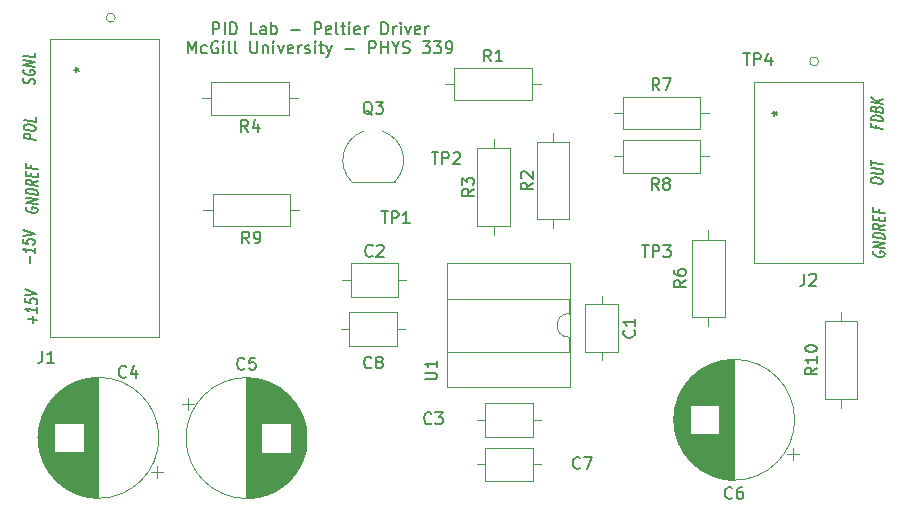
<source format=gbr>
%TF.GenerationSoftware,KiCad,Pcbnew,(6.0.0)*%
%TF.CreationDate,2022-02-02T10:45:07-05:00*%
%TF.ProjectId,PID_electronics,5049445f-656c-4656-9374-726f6e696373,rev?*%
%TF.SameCoordinates,Original*%
%TF.FileFunction,Legend,Top*%
%TF.FilePolarity,Positive*%
%FSLAX46Y46*%
G04 Gerber Fmt 4.6, Leading zero omitted, Abs format (unit mm)*
G04 Created by KiCad (PCBNEW (6.0.0)) date 2022-02-02 10:45:07*
%MOMM*%
%LPD*%
G01*
G04 APERTURE LIST*
%ADD10C,0.187500*%
%ADD11C,0.150000*%
%ADD12C,0.120000*%
G04 APERTURE END LIST*
D10*
X157919800Y-91498767D02*
X157872180Y-91564244D01*
X157872180Y-91671386D01*
X157919800Y-91784482D01*
X158015038Y-91867815D01*
X158110276Y-91915434D01*
X158300752Y-91974958D01*
X158443609Y-91992815D01*
X158634085Y-91980910D01*
X158729323Y-91957101D01*
X158824561Y-91897577D01*
X158872180Y-91796386D01*
X158872180Y-91724958D01*
X158824561Y-91611863D01*
X158776942Y-91570196D01*
X158443609Y-91528529D01*
X158443609Y-91671386D01*
X158872180Y-91260672D02*
X157872180Y-91135672D01*
X158872180Y-90832101D01*
X157872180Y-90707101D01*
X158872180Y-90474958D02*
X157872180Y-90349958D01*
X157872180Y-90171386D01*
X157919800Y-90070196D01*
X158015038Y-90010672D01*
X158110276Y-89986863D01*
X158300752Y-89974958D01*
X158443609Y-89992815D01*
X158634085Y-90052339D01*
X158729323Y-90099958D01*
X158824561Y-90183291D01*
X158872180Y-90296386D01*
X158872180Y-90474958D01*
X158872180Y-89296386D02*
X158395990Y-89486863D01*
X158872180Y-89724958D02*
X157872180Y-89599958D01*
X157872180Y-89314244D01*
X157919800Y-89248767D01*
X157967419Y-89219005D01*
X158062657Y-89195196D01*
X158205514Y-89213053D01*
X158300752Y-89260672D01*
X158348371Y-89302339D01*
X158395990Y-89379720D01*
X158395990Y-89665434D01*
X158348371Y-88909482D02*
X158348371Y-88659482D01*
X158872180Y-88617815D02*
X158872180Y-88974958D01*
X157872180Y-88849958D01*
X157872180Y-88492815D01*
X158348371Y-87980910D02*
X158348371Y-88230910D01*
X158872180Y-88296386D02*
X157872180Y-88171386D01*
X157872180Y-87814244D01*
X86990180Y-82089729D02*
X85990180Y-81964729D01*
X85990180Y-81679015D01*
X86037800Y-81613539D01*
X86085419Y-81583777D01*
X86180657Y-81559967D01*
X86323514Y-81577825D01*
X86418752Y-81625444D01*
X86466371Y-81667110D01*
X86513990Y-81744491D01*
X86513990Y-82030205D01*
X85990180Y-81071872D02*
X85990180Y-80929015D01*
X86037800Y-80863539D01*
X86133038Y-80804015D01*
X86323514Y-80792110D01*
X86656847Y-80833777D01*
X86847323Y-80893301D01*
X86942561Y-80976634D01*
X86990180Y-81054015D01*
X86990180Y-81196872D01*
X86942561Y-81262348D01*
X86847323Y-81321872D01*
X86656847Y-81333777D01*
X86323514Y-81292110D01*
X86133038Y-81232586D01*
X86037800Y-81149253D01*
X85990180Y-81071872D01*
X86990180Y-80196872D02*
X86990180Y-80554015D01*
X85990180Y-80429015D01*
X86736228Y-97558282D02*
X86736228Y-96986853D01*
X87117180Y-97320186D02*
X86355276Y-97224948D01*
X87117180Y-96284472D02*
X87117180Y-96713044D01*
X87117180Y-96498758D02*
X86117180Y-96373758D01*
X86260038Y-96463044D01*
X86355276Y-96546377D01*
X86402895Y-96623758D01*
X86117180Y-95480901D02*
X86117180Y-95838044D01*
X86593371Y-95933282D01*
X86545752Y-95891615D01*
X86498133Y-95814234D01*
X86498133Y-95635663D01*
X86545752Y-95570186D01*
X86593371Y-95540425D01*
X86688609Y-95516615D01*
X86926704Y-95546377D01*
X87021942Y-95593996D01*
X87069561Y-95635663D01*
X87117180Y-95713044D01*
X87117180Y-95891615D01*
X87069561Y-95957091D01*
X87021942Y-95986853D01*
X86117180Y-95230901D02*
X87117180Y-95105901D01*
X86117180Y-94730901D01*
X86190200Y-87764967D02*
X86142580Y-87830444D01*
X86142580Y-87937586D01*
X86190200Y-88050682D01*
X86285438Y-88134015D01*
X86380676Y-88181634D01*
X86571152Y-88241158D01*
X86714009Y-88259015D01*
X86904485Y-88247110D01*
X86999723Y-88223301D01*
X87094961Y-88163777D01*
X87142580Y-88062586D01*
X87142580Y-87991158D01*
X87094961Y-87878063D01*
X87047342Y-87836396D01*
X86714009Y-87794729D01*
X86714009Y-87937586D01*
X87142580Y-87526872D02*
X86142580Y-87401872D01*
X87142580Y-87098301D01*
X86142580Y-86973301D01*
X87142580Y-86741158D02*
X86142580Y-86616158D01*
X86142580Y-86437586D01*
X86190200Y-86336396D01*
X86285438Y-86276872D01*
X86380676Y-86253063D01*
X86571152Y-86241158D01*
X86714009Y-86259015D01*
X86904485Y-86318539D01*
X86999723Y-86366158D01*
X87094961Y-86449491D01*
X87142580Y-86562586D01*
X87142580Y-86741158D01*
X87142580Y-85562586D02*
X86666390Y-85753063D01*
X87142580Y-85991158D02*
X86142580Y-85866158D01*
X86142580Y-85580444D01*
X86190200Y-85514967D01*
X86237819Y-85485205D01*
X86333057Y-85461396D01*
X86475914Y-85479253D01*
X86571152Y-85526872D01*
X86618771Y-85568539D01*
X86666390Y-85645920D01*
X86666390Y-85931634D01*
X86618771Y-85175682D02*
X86618771Y-84925682D01*
X87142580Y-84884015D02*
X87142580Y-85241158D01*
X86142580Y-85116158D01*
X86142580Y-84759015D01*
X86618771Y-84247110D02*
X86618771Y-84497110D01*
X87142580Y-84562586D02*
X86142580Y-84437586D01*
X86142580Y-84080444D01*
X157694380Y-85555672D02*
X157694380Y-85412815D01*
X157742000Y-85347339D01*
X157837238Y-85287815D01*
X158027714Y-85275910D01*
X158361047Y-85317577D01*
X158551523Y-85377101D01*
X158646761Y-85460434D01*
X158694380Y-85537815D01*
X158694380Y-85680672D01*
X158646761Y-85746148D01*
X158551523Y-85805672D01*
X158361047Y-85817577D01*
X158027714Y-85775910D01*
X157837238Y-85716386D01*
X157742000Y-85633053D01*
X157694380Y-85555672D01*
X157694380Y-84912815D02*
X158503904Y-85014005D01*
X158599142Y-84990196D01*
X158646761Y-84960434D01*
X158694380Y-84894958D01*
X158694380Y-84752101D01*
X158646761Y-84674720D01*
X158599142Y-84633053D01*
X158503904Y-84585434D01*
X157694380Y-84484244D01*
X157694380Y-84234244D02*
X157694380Y-83805672D01*
X158694380Y-84144958D02*
X157694380Y-84019958D01*
X86507628Y-92529082D02*
X86507628Y-91957653D01*
X86888580Y-91255272D02*
X86888580Y-91683844D01*
X86888580Y-91469558D02*
X85888580Y-91344558D01*
X86031438Y-91433844D01*
X86126676Y-91517177D01*
X86174295Y-91594558D01*
X85888580Y-90451701D02*
X85888580Y-90808844D01*
X86364771Y-90904082D01*
X86317152Y-90862415D01*
X86269533Y-90785034D01*
X86269533Y-90606463D01*
X86317152Y-90540986D01*
X86364771Y-90511225D01*
X86460009Y-90487415D01*
X86698104Y-90517177D01*
X86793342Y-90564796D01*
X86840961Y-90606463D01*
X86888580Y-90683844D01*
X86888580Y-90862415D01*
X86840961Y-90927891D01*
X86793342Y-90957653D01*
X85888580Y-90201701D02*
X86888580Y-90076701D01*
X85888580Y-89701701D01*
X158170571Y-80853853D02*
X158170571Y-81103853D01*
X158694380Y-81169329D02*
X157694380Y-81044329D01*
X157694380Y-80687186D01*
X158694380Y-80526472D02*
X157694380Y-80401472D01*
X157694380Y-80222901D01*
X157742000Y-80121710D01*
X157837238Y-80062186D01*
X157932476Y-80038377D01*
X158122952Y-80026472D01*
X158265809Y-80044329D01*
X158456285Y-80103853D01*
X158551523Y-80151472D01*
X158646761Y-80234805D01*
X158694380Y-80347901D01*
X158694380Y-80526472D01*
X158170571Y-79460996D02*
X158218190Y-79359805D01*
X158265809Y-79330044D01*
X158361047Y-79306234D01*
X158503904Y-79324091D01*
X158599142Y-79371710D01*
X158646761Y-79413377D01*
X158694380Y-79490758D01*
X158694380Y-79776472D01*
X157694380Y-79651472D01*
X157694380Y-79401472D01*
X157742000Y-79335996D01*
X157789619Y-79306234D01*
X157884857Y-79282425D01*
X157980095Y-79294329D01*
X158075333Y-79341948D01*
X158122952Y-79383615D01*
X158170571Y-79460996D01*
X158170571Y-79710996D01*
X158694380Y-79026472D02*
X157694380Y-78901472D01*
X158694380Y-78597901D02*
X158122952Y-78847901D01*
X157694380Y-78472901D02*
X158265809Y-78972901D01*
X86866361Y-77396634D02*
X86913980Y-77295444D01*
X86913980Y-77116872D01*
X86866361Y-77039491D01*
X86818742Y-76997825D01*
X86723504Y-76950205D01*
X86628266Y-76938301D01*
X86533028Y-76962110D01*
X86485409Y-76991872D01*
X86437790Y-77057348D01*
X86390171Y-77194253D01*
X86342552Y-77259729D01*
X86294933Y-77289491D01*
X86199695Y-77313301D01*
X86104457Y-77301396D01*
X86009219Y-77253777D01*
X85961600Y-77212110D01*
X85913980Y-77134729D01*
X85913980Y-76956158D01*
X85961600Y-76854967D01*
X85961600Y-76140682D02*
X85913980Y-76206158D01*
X85913980Y-76313301D01*
X85961600Y-76426396D01*
X86056838Y-76509729D01*
X86152076Y-76557348D01*
X86342552Y-76616872D01*
X86485409Y-76634729D01*
X86675885Y-76622825D01*
X86771123Y-76599015D01*
X86866361Y-76539491D01*
X86913980Y-76438301D01*
X86913980Y-76366872D01*
X86866361Y-76253777D01*
X86818742Y-76212110D01*
X86485409Y-76170444D01*
X86485409Y-76313301D01*
X86913980Y-75902586D02*
X85913980Y-75777586D01*
X86913980Y-75474015D01*
X85913980Y-75349015D01*
X86913980Y-74759729D02*
X86913980Y-75116872D01*
X85913980Y-74991872D01*
D11*
X101977371Y-73154980D02*
X101977371Y-72154980D01*
X102358323Y-72154980D01*
X102453561Y-72202600D01*
X102501180Y-72250219D01*
X102548800Y-72345457D01*
X102548800Y-72488314D01*
X102501180Y-72583552D01*
X102453561Y-72631171D01*
X102358323Y-72678790D01*
X101977371Y-72678790D01*
X102977371Y-73154980D02*
X102977371Y-72154980D01*
X103453561Y-73154980D02*
X103453561Y-72154980D01*
X103691657Y-72154980D01*
X103834514Y-72202600D01*
X103929752Y-72297838D01*
X103977371Y-72393076D01*
X104024990Y-72583552D01*
X104024990Y-72726409D01*
X103977371Y-72916885D01*
X103929752Y-73012123D01*
X103834514Y-73107361D01*
X103691657Y-73154980D01*
X103453561Y-73154980D01*
X105691657Y-73154980D02*
X105215466Y-73154980D01*
X105215466Y-72154980D01*
X106453561Y-73154980D02*
X106453561Y-72631171D01*
X106405942Y-72535933D01*
X106310704Y-72488314D01*
X106120228Y-72488314D01*
X106024990Y-72535933D01*
X106453561Y-73107361D02*
X106358323Y-73154980D01*
X106120228Y-73154980D01*
X106024990Y-73107361D01*
X105977371Y-73012123D01*
X105977371Y-72916885D01*
X106024990Y-72821647D01*
X106120228Y-72774028D01*
X106358323Y-72774028D01*
X106453561Y-72726409D01*
X106929752Y-73154980D02*
X106929752Y-72154980D01*
X106929752Y-72535933D02*
X107024990Y-72488314D01*
X107215466Y-72488314D01*
X107310704Y-72535933D01*
X107358323Y-72583552D01*
X107405942Y-72678790D01*
X107405942Y-72964504D01*
X107358323Y-73059742D01*
X107310704Y-73107361D01*
X107215466Y-73154980D01*
X107024990Y-73154980D01*
X106929752Y-73107361D01*
X108596419Y-72774028D02*
X109358323Y-72774028D01*
X110596419Y-73154980D02*
X110596419Y-72154980D01*
X110977371Y-72154980D01*
X111072609Y-72202600D01*
X111120228Y-72250219D01*
X111167847Y-72345457D01*
X111167847Y-72488314D01*
X111120228Y-72583552D01*
X111072609Y-72631171D01*
X110977371Y-72678790D01*
X110596419Y-72678790D01*
X111977371Y-73107361D02*
X111882133Y-73154980D01*
X111691657Y-73154980D01*
X111596419Y-73107361D01*
X111548800Y-73012123D01*
X111548800Y-72631171D01*
X111596419Y-72535933D01*
X111691657Y-72488314D01*
X111882133Y-72488314D01*
X111977371Y-72535933D01*
X112024990Y-72631171D01*
X112024990Y-72726409D01*
X111548800Y-72821647D01*
X112596419Y-73154980D02*
X112501180Y-73107361D01*
X112453561Y-73012123D01*
X112453561Y-72154980D01*
X112834514Y-72488314D02*
X113215466Y-72488314D01*
X112977371Y-72154980D02*
X112977371Y-73012123D01*
X113024990Y-73107361D01*
X113120228Y-73154980D01*
X113215466Y-73154980D01*
X113548800Y-73154980D02*
X113548800Y-72488314D01*
X113548800Y-72154980D02*
X113501180Y-72202600D01*
X113548800Y-72250219D01*
X113596419Y-72202600D01*
X113548800Y-72154980D01*
X113548800Y-72250219D01*
X114405942Y-73107361D02*
X114310704Y-73154980D01*
X114120228Y-73154980D01*
X114024990Y-73107361D01*
X113977371Y-73012123D01*
X113977371Y-72631171D01*
X114024990Y-72535933D01*
X114120228Y-72488314D01*
X114310704Y-72488314D01*
X114405942Y-72535933D01*
X114453561Y-72631171D01*
X114453561Y-72726409D01*
X113977371Y-72821647D01*
X114882133Y-73154980D02*
X114882133Y-72488314D01*
X114882133Y-72678790D02*
X114929752Y-72583552D01*
X114977371Y-72535933D01*
X115072609Y-72488314D01*
X115167847Y-72488314D01*
X116263085Y-73154980D02*
X116263085Y-72154980D01*
X116501180Y-72154980D01*
X116644038Y-72202600D01*
X116739276Y-72297838D01*
X116786895Y-72393076D01*
X116834514Y-72583552D01*
X116834514Y-72726409D01*
X116786895Y-72916885D01*
X116739276Y-73012123D01*
X116644038Y-73107361D01*
X116501180Y-73154980D01*
X116263085Y-73154980D01*
X117263085Y-73154980D02*
X117263085Y-72488314D01*
X117263085Y-72678790D02*
X117310704Y-72583552D01*
X117358323Y-72535933D01*
X117453561Y-72488314D01*
X117548800Y-72488314D01*
X117882133Y-73154980D02*
X117882133Y-72488314D01*
X117882133Y-72154980D02*
X117834514Y-72202600D01*
X117882133Y-72250219D01*
X117929752Y-72202600D01*
X117882133Y-72154980D01*
X117882133Y-72250219D01*
X118263085Y-72488314D02*
X118501180Y-73154980D01*
X118739276Y-72488314D01*
X119501180Y-73107361D02*
X119405942Y-73154980D01*
X119215466Y-73154980D01*
X119120228Y-73107361D01*
X119072609Y-73012123D01*
X119072609Y-72631171D01*
X119120228Y-72535933D01*
X119215466Y-72488314D01*
X119405942Y-72488314D01*
X119501180Y-72535933D01*
X119548800Y-72631171D01*
X119548800Y-72726409D01*
X119072609Y-72821647D01*
X119977371Y-73154980D02*
X119977371Y-72488314D01*
X119977371Y-72678790D02*
X120024990Y-72583552D01*
X120072609Y-72535933D01*
X120167847Y-72488314D01*
X120263085Y-72488314D01*
X99882133Y-74764980D02*
X99882133Y-73764980D01*
X100215466Y-74479266D01*
X100548800Y-73764980D01*
X100548800Y-74764980D01*
X101453561Y-74717361D02*
X101358323Y-74764980D01*
X101167847Y-74764980D01*
X101072609Y-74717361D01*
X101024990Y-74669742D01*
X100977371Y-74574504D01*
X100977371Y-74288790D01*
X101024990Y-74193552D01*
X101072609Y-74145933D01*
X101167847Y-74098314D01*
X101358323Y-74098314D01*
X101453561Y-74145933D01*
X102405942Y-73812600D02*
X102310704Y-73764980D01*
X102167847Y-73764980D01*
X102024990Y-73812600D01*
X101929752Y-73907838D01*
X101882133Y-74003076D01*
X101834514Y-74193552D01*
X101834514Y-74336409D01*
X101882133Y-74526885D01*
X101929752Y-74622123D01*
X102024990Y-74717361D01*
X102167847Y-74764980D01*
X102263085Y-74764980D01*
X102405942Y-74717361D01*
X102453561Y-74669742D01*
X102453561Y-74336409D01*
X102263085Y-74336409D01*
X102882133Y-74764980D02*
X102882133Y-74098314D01*
X102882133Y-73764980D02*
X102834514Y-73812600D01*
X102882133Y-73860219D01*
X102929752Y-73812600D01*
X102882133Y-73764980D01*
X102882133Y-73860219D01*
X103501180Y-74764980D02*
X103405942Y-74717361D01*
X103358323Y-74622123D01*
X103358323Y-73764980D01*
X104024990Y-74764980D02*
X103929752Y-74717361D01*
X103882133Y-74622123D01*
X103882133Y-73764980D01*
X105167847Y-73764980D02*
X105167847Y-74574504D01*
X105215466Y-74669742D01*
X105263085Y-74717361D01*
X105358323Y-74764980D01*
X105548800Y-74764980D01*
X105644038Y-74717361D01*
X105691657Y-74669742D01*
X105739276Y-74574504D01*
X105739276Y-73764980D01*
X106215466Y-74098314D02*
X106215466Y-74764980D01*
X106215466Y-74193552D02*
X106263085Y-74145933D01*
X106358323Y-74098314D01*
X106501180Y-74098314D01*
X106596419Y-74145933D01*
X106644038Y-74241171D01*
X106644038Y-74764980D01*
X107120228Y-74764980D02*
X107120228Y-74098314D01*
X107120228Y-73764980D02*
X107072609Y-73812600D01*
X107120228Y-73860219D01*
X107167847Y-73812600D01*
X107120228Y-73764980D01*
X107120228Y-73860219D01*
X107501180Y-74098314D02*
X107739276Y-74764980D01*
X107977371Y-74098314D01*
X108739276Y-74717361D02*
X108644038Y-74764980D01*
X108453561Y-74764980D01*
X108358323Y-74717361D01*
X108310704Y-74622123D01*
X108310704Y-74241171D01*
X108358323Y-74145933D01*
X108453561Y-74098314D01*
X108644038Y-74098314D01*
X108739276Y-74145933D01*
X108786895Y-74241171D01*
X108786895Y-74336409D01*
X108310704Y-74431647D01*
X109215466Y-74764980D02*
X109215466Y-74098314D01*
X109215466Y-74288790D02*
X109263085Y-74193552D01*
X109310704Y-74145933D01*
X109405942Y-74098314D01*
X109501180Y-74098314D01*
X109786895Y-74717361D02*
X109882133Y-74764980D01*
X110072609Y-74764980D01*
X110167847Y-74717361D01*
X110215466Y-74622123D01*
X110215466Y-74574504D01*
X110167847Y-74479266D01*
X110072609Y-74431647D01*
X109929752Y-74431647D01*
X109834514Y-74384028D01*
X109786895Y-74288790D01*
X109786895Y-74241171D01*
X109834514Y-74145933D01*
X109929752Y-74098314D01*
X110072609Y-74098314D01*
X110167847Y-74145933D01*
X110644038Y-74764980D02*
X110644038Y-74098314D01*
X110644038Y-73764980D02*
X110596419Y-73812600D01*
X110644038Y-73860219D01*
X110691657Y-73812600D01*
X110644038Y-73764980D01*
X110644038Y-73860219D01*
X110977371Y-74098314D02*
X111358323Y-74098314D01*
X111120228Y-73764980D02*
X111120228Y-74622123D01*
X111167847Y-74717361D01*
X111263085Y-74764980D01*
X111358323Y-74764980D01*
X111596419Y-74098314D02*
X111834514Y-74764980D01*
X112072609Y-74098314D02*
X111834514Y-74764980D01*
X111739276Y-75003076D01*
X111691657Y-75050695D01*
X111596419Y-75098314D01*
X113215466Y-74384028D02*
X113977371Y-74384028D01*
X115215466Y-74764980D02*
X115215466Y-73764980D01*
X115596419Y-73764980D01*
X115691657Y-73812600D01*
X115739276Y-73860219D01*
X115786895Y-73955457D01*
X115786895Y-74098314D01*
X115739276Y-74193552D01*
X115691657Y-74241171D01*
X115596419Y-74288790D01*
X115215466Y-74288790D01*
X116215466Y-74764980D02*
X116215466Y-73764980D01*
X116215466Y-74241171D02*
X116786895Y-74241171D01*
X116786895Y-74764980D02*
X116786895Y-73764980D01*
X117453561Y-74288790D02*
X117453561Y-74764980D01*
X117120228Y-73764980D02*
X117453561Y-74288790D01*
X117786895Y-73764980D01*
X118072609Y-74717361D02*
X118215466Y-74764980D01*
X118453561Y-74764980D01*
X118548800Y-74717361D01*
X118596419Y-74669742D01*
X118644038Y-74574504D01*
X118644038Y-74479266D01*
X118596419Y-74384028D01*
X118548800Y-74336409D01*
X118453561Y-74288790D01*
X118263085Y-74241171D01*
X118167847Y-74193552D01*
X118120228Y-74145933D01*
X118072609Y-74050695D01*
X118072609Y-73955457D01*
X118120228Y-73860219D01*
X118167847Y-73812600D01*
X118263085Y-73764980D01*
X118501180Y-73764980D01*
X118644038Y-73812600D01*
X119739276Y-73764980D02*
X120358323Y-73764980D01*
X120024990Y-74145933D01*
X120167847Y-74145933D01*
X120263085Y-74193552D01*
X120310704Y-74241171D01*
X120358323Y-74336409D01*
X120358323Y-74574504D01*
X120310704Y-74669742D01*
X120263085Y-74717361D01*
X120167847Y-74764980D01*
X119882133Y-74764980D01*
X119786895Y-74717361D01*
X119739276Y-74669742D01*
X120691657Y-73764980D02*
X121310704Y-73764980D01*
X120977371Y-74145933D01*
X121120228Y-74145933D01*
X121215466Y-74193552D01*
X121263085Y-74241171D01*
X121310704Y-74336409D01*
X121310704Y-74574504D01*
X121263085Y-74669742D01*
X121215466Y-74717361D01*
X121120228Y-74764980D01*
X120834514Y-74764980D01*
X120739276Y-74717361D01*
X120691657Y-74669742D01*
X121786895Y-74764980D02*
X121977371Y-74764980D01*
X122072609Y-74717361D01*
X122120228Y-74669742D01*
X122215466Y-74526885D01*
X122263085Y-74336409D01*
X122263085Y-73955457D01*
X122215466Y-73860219D01*
X122167847Y-73812600D01*
X122072609Y-73764980D01*
X121882133Y-73764980D01*
X121786895Y-73812600D01*
X121739276Y-73860219D01*
X121691657Y-73955457D01*
X121691657Y-74193552D01*
X121739276Y-74288790D01*
X121786895Y-74336409D01*
X121882133Y-74384028D01*
X122072609Y-74384028D01*
X122167847Y-74336409D01*
X122215466Y-74288790D01*
X122263085Y-74193552D01*
%TO.C,REF\u002A\u002A*%
X120505695Y-83145380D02*
X121077123Y-83145380D01*
X120791409Y-84145380D02*
X120791409Y-83145380D01*
X121410457Y-84145380D02*
X121410457Y-83145380D01*
X121791409Y-83145380D01*
X121886647Y-83193000D01*
X121934266Y-83240619D01*
X121981885Y-83335857D01*
X121981885Y-83478714D01*
X121934266Y-83573952D01*
X121886647Y-83621571D01*
X121791409Y-83669190D01*
X121410457Y-83669190D01*
X122362838Y-83240619D02*
X122410457Y-83193000D01*
X122505695Y-83145380D01*
X122743790Y-83145380D01*
X122839028Y-83193000D01*
X122886647Y-83240619D01*
X122934266Y-83335857D01*
X122934266Y-83431095D01*
X122886647Y-83573952D01*
X122315219Y-84145380D01*
X122934266Y-84145380D01*
X146896295Y-74763380D02*
X147467723Y-74763380D01*
X147182009Y-75763380D02*
X147182009Y-74763380D01*
X147801057Y-75763380D02*
X147801057Y-74763380D01*
X148182009Y-74763380D01*
X148277247Y-74811000D01*
X148324866Y-74858619D01*
X148372485Y-74953857D01*
X148372485Y-75096714D01*
X148324866Y-75191952D01*
X148277247Y-75239571D01*
X148182009Y-75287190D01*
X147801057Y-75287190D01*
X149229628Y-75096714D02*
X149229628Y-75763380D01*
X148991533Y-74715761D02*
X148753438Y-75430047D01*
X149372485Y-75430047D01*
X138311095Y-91019380D02*
X138882523Y-91019380D01*
X138596809Y-92019380D02*
X138596809Y-91019380D01*
X139215857Y-92019380D02*
X139215857Y-91019380D01*
X139596809Y-91019380D01*
X139692047Y-91067000D01*
X139739666Y-91114619D01*
X139787285Y-91209857D01*
X139787285Y-91352714D01*
X139739666Y-91447952D01*
X139692047Y-91495571D01*
X139596809Y-91543190D01*
X139215857Y-91543190D01*
X140120619Y-91019380D02*
X140739666Y-91019380D01*
X140406333Y-91400333D01*
X140549190Y-91400333D01*
X140644428Y-91447952D01*
X140692047Y-91495571D01*
X140739666Y-91590809D01*
X140739666Y-91828904D01*
X140692047Y-91924142D01*
X140644428Y-91971761D01*
X140549190Y-92019380D01*
X140263476Y-92019380D01*
X140168238Y-91971761D01*
X140120619Y-91924142D01*
X116238495Y-88149180D02*
X116809923Y-88149180D01*
X116524209Y-89149180D02*
X116524209Y-88149180D01*
X117143257Y-89149180D02*
X117143257Y-88149180D01*
X117524209Y-88149180D01*
X117619447Y-88196800D01*
X117667066Y-88244419D01*
X117714685Y-88339657D01*
X117714685Y-88482514D01*
X117667066Y-88577752D01*
X117619447Y-88625371D01*
X117524209Y-88672990D01*
X117143257Y-88672990D01*
X118667066Y-89149180D02*
X118095638Y-89149180D01*
X118381352Y-89149180D02*
X118381352Y-88149180D01*
X118286114Y-88292038D01*
X118190876Y-88387276D01*
X118095638Y-88434895D01*
%TO.C,Q3*%
X115474761Y-79967619D02*
X115379523Y-79920000D01*
X115284285Y-79824761D01*
X115141428Y-79681904D01*
X115046190Y-79634285D01*
X114950952Y-79634285D01*
X114998571Y-79872380D02*
X114903333Y-79824761D01*
X114808095Y-79729523D01*
X114760476Y-79539047D01*
X114760476Y-79205714D01*
X114808095Y-79015238D01*
X114903333Y-78920000D01*
X114998571Y-78872380D01*
X115189047Y-78872380D01*
X115284285Y-78920000D01*
X115379523Y-79015238D01*
X115427142Y-79205714D01*
X115427142Y-79539047D01*
X115379523Y-79729523D01*
X115284285Y-79824761D01*
X115189047Y-79872380D01*
X114998571Y-79872380D01*
X115760476Y-78872380D02*
X116379523Y-78872380D01*
X116046190Y-79253333D01*
X116189047Y-79253333D01*
X116284285Y-79300952D01*
X116331904Y-79348571D01*
X116379523Y-79443809D01*
X116379523Y-79681904D01*
X116331904Y-79777142D01*
X116284285Y-79824761D01*
X116189047Y-79872380D01*
X115903333Y-79872380D01*
X115808095Y-79824761D01*
X115760476Y-79777142D01*
%TO.C,R10*%
X153131780Y-101379257D02*
X152655590Y-101712590D01*
X153131780Y-101950685D02*
X152131780Y-101950685D01*
X152131780Y-101569733D01*
X152179400Y-101474495D01*
X152227019Y-101426876D01*
X152322257Y-101379257D01*
X152465114Y-101379257D01*
X152560352Y-101426876D01*
X152607971Y-101474495D01*
X152655590Y-101569733D01*
X152655590Y-101950685D01*
X153131780Y-100426876D02*
X153131780Y-100998304D01*
X153131780Y-100712590D02*
X152131780Y-100712590D01*
X152274638Y-100807828D01*
X152369876Y-100903066D01*
X152417495Y-100998304D01*
X152131780Y-99807828D02*
X152131780Y-99712590D01*
X152179400Y-99617352D01*
X152227019Y-99569733D01*
X152322257Y-99522114D01*
X152512733Y-99474495D01*
X152750828Y-99474495D01*
X152941304Y-99522114D01*
X153036542Y-99569733D01*
X153084161Y-99617352D01*
X153131780Y-99712590D01*
X153131780Y-99807828D01*
X153084161Y-99903066D01*
X153036542Y-99950685D01*
X152941304Y-99998304D01*
X152750828Y-100045923D01*
X152512733Y-100045923D01*
X152322257Y-99998304D01*
X152227019Y-99950685D01*
X152179400Y-99903066D01*
X152131780Y-99807828D01*
%TO.C,C1*%
X137644142Y-98210666D02*
X137691761Y-98258285D01*
X137739380Y-98401142D01*
X137739380Y-98496380D01*
X137691761Y-98639238D01*
X137596523Y-98734476D01*
X137501285Y-98782095D01*
X137310809Y-98829714D01*
X137167952Y-98829714D01*
X136977476Y-98782095D01*
X136882238Y-98734476D01*
X136787000Y-98639238D01*
X136739380Y-98496380D01*
X136739380Y-98401142D01*
X136787000Y-98258285D01*
X136834619Y-98210666D01*
X137739380Y-97258285D02*
X137739380Y-97829714D01*
X137739380Y-97544000D02*
X136739380Y-97544000D01*
X136882238Y-97639238D01*
X136977476Y-97734476D01*
X137025095Y-97829714D01*
%TO.C,C5*%
X104664456Y-101447542D02*
X104616837Y-101495161D01*
X104473980Y-101542780D01*
X104378742Y-101542780D01*
X104235884Y-101495161D01*
X104140646Y-101399923D01*
X104093027Y-101304685D01*
X104045408Y-101114209D01*
X104045408Y-100971352D01*
X104093027Y-100780876D01*
X104140646Y-100685638D01*
X104235884Y-100590400D01*
X104378742Y-100542780D01*
X104473980Y-100542780D01*
X104616837Y-100590400D01*
X104664456Y-100638019D01*
X105569218Y-100542780D02*
X105093027Y-100542780D01*
X105045408Y-101018971D01*
X105093027Y-100971352D01*
X105188265Y-100923733D01*
X105426361Y-100923733D01*
X105521599Y-100971352D01*
X105569218Y-101018971D01*
X105616837Y-101114209D01*
X105616837Y-101352304D01*
X105569218Y-101447542D01*
X105521599Y-101495161D01*
X105426361Y-101542780D01*
X105188265Y-101542780D01*
X105093027Y-101495161D01*
X105045408Y-101447542D01*
%TO.C,J2*%
X152066666Y-93432380D02*
X152066666Y-94146666D01*
X152019047Y-94289523D01*
X151923809Y-94384761D01*
X151780952Y-94432380D01*
X151685714Y-94432380D01*
X152495238Y-93527619D02*
X152542857Y-93480000D01*
X152638095Y-93432380D01*
X152876190Y-93432380D01*
X152971428Y-93480000D01*
X153019047Y-93527619D01*
X153066666Y-93622857D01*
X153066666Y-93718095D01*
X153019047Y-93860952D01*
X152447619Y-94432380D01*
X153066666Y-94432380D01*
X149312380Y-79853500D02*
X149550476Y-79853500D01*
X149455238Y-80091595D02*
X149550476Y-79853500D01*
X149455238Y-79615404D01*
X149740952Y-79996357D02*
X149550476Y-79853500D01*
X149740952Y-79710642D01*
%TO.C,C4*%
X94651533Y-102134942D02*
X94603914Y-102182561D01*
X94461057Y-102230180D01*
X94365819Y-102230180D01*
X94222961Y-102182561D01*
X94127723Y-102087323D01*
X94080104Y-101992085D01*
X94032485Y-101801609D01*
X94032485Y-101658752D01*
X94080104Y-101468276D01*
X94127723Y-101373038D01*
X94222961Y-101277800D01*
X94365819Y-101230180D01*
X94461057Y-101230180D01*
X94603914Y-101277800D01*
X94651533Y-101325419D01*
X95508676Y-101563514D02*
X95508676Y-102230180D01*
X95270580Y-101182561D02*
X95032485Y-101896847D01*
X95651533Y-101896847D01*
%TO.C,C7*%
X133081733Y-109856542D02*
X133034114Y-109904161D01*
X132891257Y-109951780D01*
X132796019Y-109951780D01*
X132653161Y-109904161D01*
X132557923Y-109808923D01*
X132510304Y-109713685D01*
X132462685Y-109523209D01*
X132462685Y-109380352D01*
X132510304Y-109189876D01*
X132557923Y-109094638D01*
X132653161Y-108999400D01*
X132796019Y-108951780D01*
X132891257Y-108951780D01*
X133034114Y-108999400D01*
X133081733Y-109047019D01*
X133415066Y-108951780D02*
X134081733Y-108951780D01*
X133653161Y-109951780D01*
%TO.C,J1*%
X87550666Y-99960180D02*
X87550666Y-100674466D01*
X87503047Y-100817323D01*
X87407809Y-100912561D01*
X87264952Y-100960180D01*
X87169714Y-100960180D01*
X88550666Y-100960180D02*
X87979238Y-100960180D01*
X88264952Y-100960180D02*
X88264952Y-99960180D01*
X88169714Y-100103038D01*
X88074476Y-100198276D01*
X87979238Y-100245895D01*
X90249380Y-76148899D02*
X90487476Y-76148899D01*
X90392238Y-76386994D02*
X90487476Y-76148899D01*
X90392238Y-75910803D01*
X90677952Y-76291756D02*
X90487476Y-76148899D01*
X90677952Y-76006041D01*
%TO.C,R7*%
X139787333Y-77889180D02*
X139454000Y-77412990D01*
X139215904Y-77889180D02*
X139215904Y-76889180D01*
X139596857Y-76889180D01*
X139692095Y-76936800D01*
X139739714Y-76984419D01*
X139787333Y-77079657D01*
X139787333Y-77222514D01*
X139739714Y-77317752D01*
X139692095Y-77365371D01*
X139596857Y-77412990D01*
X139215904Y-77412990D01*
X140120666Y-76889180D02*
X140787333Y-76889180D01*
X140358761Y-77889180D01*
%TO.C,C3*%
X120483333Y-106071942D02*
X120435714Y-106119561D01*
X120292857Y-106167180D01*
X120197619Y-106167180D01*
X120054761Y-106119561D01*
X119959523Y-106024323D01*
X119911904Y-105929085D01*
X119864285Y-105738609D01*
X119864285Y-105595752D01*
X119911904Y-105405276D01*
X119959523Y-105310038D01*
X120054761Y-105214800D01*
X120197619Y-105167180D01*
X120292857Y-105167180D01*
X120435714Y-105214800D01*
X120483333Y-105262419D01*
X120816666Y-105167180D02*
X121435714Y-105167180D01*
X121102380Y-105548133D01*
X121245238Y-105548133D01*
X121340476Y-105595752D01*
X121388095Y-105643371D01*
X121435714Y-105738609D01*
X121435714Y-105976704D01*
X121388095Y-106071942D01*
X121340476Y-106119561D01*
X121245238Y-106167180D01*
X120959523Y-106167180D01*
X120864285Y-106119561D01*
X120816666Y-106071942D01*
%TO.C,R4*%
X104963933Y-81409980D02*
X104630600Y-80933790D01*
X104392504Y-81409980D02*
X104392504Y-80409980D01*
X104773457Y-80409980D01*
X104868695Y-80457600D01*
X104916314Y-80505219D01*
X104963933Y-80600457D01*
X104963933Y-80743314D01*
X104916314Y-80838552D01*
X104868695Y-80886171D01*
X104773457Y-80933790D01*
X104392504Y-80933790D01*
X105821076Y-80743314D02*
X105821076Y-81409980D01*
X105582980Y-80362361D02*
X105344885Y-81076647D01*
X105963933Y-81076647D01*
%TO.C,R8*%
X139736533Y-86329780D02*
X139403200Y-85853590D01*
X139165104Y-86329780D02*
X139165104Y-85329780D01*
X139546057Y-85329780D01*
X139641295Y-85377400D01*
X139688914Y-85425019D01*
X139736533Y-85520257D01*
X139736533Y-85663114D01*
X139688914Y-85758352D01*
X139641295Y-85805971D01*
X139546057Y-85853590D01*
X139165104Y-85853590D01*
X140307961Y-85758352D02*
X140212723Y-85710733D01*
X140165104Y-85663114D01*
X140117485Y-85567876D01*
X140117485Y-85520257D01*
X140165104Y-85425019D01*
X140212723Y-85377400D01*
X140307961Y-85329780D01*
X140498438Y-85329780D01*
X140593676Y-85377400D01*
X140641295Y-85425019D01*
X140688914Y-85520257D01*
X140688914Y-85567876D01*
X140641295Y-85663114D01*
X140593676Y-85710733D01*
X140498438Y-85758352D01*
X140307961Y-85758352D01*
X140212723Y-85805971D01*
X140165104Y-85853590D01*
X140117485Y-85948828D01*
X140117485Y-86139304D01*
X140165104Y-86234542D01*
X140212723Y-86282161D01*
X140307961Y-86329780D01*
X140498438Y-86329780D01*
X140593676Y-86282161D01*
X140641295Y-86234542D01*
X140688914Y-86139304D01*
X140688914Y-85948828D01*
X140641295Y-85853590D01*
X140593676Y-85805971D01*
X140498438Y-85758352D01*
%TO.C,U1*%
X119949980Y-102361904D02*
X120759504Y-102361904D01*
X120854742Y-102314285D01*
X120902361Y-102266666D01*
X120949980Y-102171428D01*
X120949980Y-101980952D01*
X120902361Y-101885714D01*
X120854742Y-101838095D01*
X120759504Y-101790476D01*
X119949980Y-101790476D01*
X120949980Y-100790476D02*
X120949980Y-101361904D01*
X120949980Y-101076190D02*
X119949980Y-101076190D01*
X120092838Y-101171428D01*
X120188076Y-101266666D01*
X120235695Y-101361904D01*
%TO.C,C8*%
X115403333Y-101347542D02*
X115355714Y-101395161D01*
X115212857Y-101442780D01*
X115117619Y-101442780D01*
X114974761Y-101395161D01*
X114879523Y-101299923D01*
X114831904Y-101204685D01*
X114784285Y-101014209D01*
X114784285Y-100871352D01*
X114831904Y-100680876D01*
X114879523Y-100585638D01*
X114974761Y-100490400D01*
X115117619Y-100442780D01*
X115212857Y-100442780D01*
X115355714Y-100490400D01*
X115403333Y-100538019D01*
X115974761Y-100871352D02*
X115879523Y-100823733D01*
X115831904Y-100776114D01*
X115784285Y-100680876D01*
X115784285Y-100633257D01*
X115831904Y-100538019D01*
X115879523Y-100490400D01*
X115974761Y-100442780D01*
X116165238Y-100442780D01*
X116260476Y-100490400D01*
X116308095Y-100538019D01*
X116355714Y-100633257D01*
X116355714Y-100680876D01*
X116308095Y-100776114D01*
X116260476Y-100823733D01*
X116165238Y-100871352D01*
X115974761Y-100871352D01*
X115879523Y-100918971D01*
X115831904Y-100966590D01*
X115784285Y-101061828D01*
X115784285Y-101252304D01*
X115831904Y-101347542D01*
X115879523Y-101395161D01*
X115974761Y-101442780D01*
X116165238Y-101442780D01*
X116260476Y-101395161D01*
X116308095Y-101347542D01*
X116355714Y-101252304D01*
X116355714Y-101061828D01*
X116308095Y-100966590D01*
X116260476Y-100918971D01*
X116165238Y-100871352D01*
%TO.C,C2*%
X115504933Y-91891742D02*
X115457314Y-91939361D01*
X115314457Y-91986980D01*
X115219219Y-91986980D01*
X115076361Y-91939361D01*
X114981123Y-91844123D01*
X114933504Y-91748885D01*
X114885885Y-91558409D01*
X114885885Y-91415552D01*
X114933504Y-91225076D01*
X114981123Y-91129838D01*
X115076361Y-91034600D01*
X115219219Y-90986980D01*
X115314457Y-90986980D01*
X115457314Y-91034600D01*
X115504933Y-91082219D01*
X115885885Y-91082219D02*
X115933504Y-91034600D01*
X116028742Y-90986980D01*
X116266838Y-90986980D01*
X116362076Y-91034600D01*
X116409695Y-91082219D01*
X116457314Y-91177457D01*
X116457314Y-91272695D01*
X116409695Y-91415552D01*
X115838266Y-91986980D01*
X116457314Y-91986980D01*
%TO.C,R9*%
X105065533Y-90858780D02*
X104732200Y-90382590D01*
X104494104Y-90858780D02*
X104494104Y-89858780D01*
X104875057Y-89858780D01*
X104970295Y-89906400D01*
X105017914Y-89954019D01*
X105065533Y-90049257D01*
X105065533Y-90192114D01*
X105017914Y-90287352D01*
X104970295Y-90334971D01*
X104875057Y-90382590D01*
X104494104Y-90382590D01*
X105541723Y-90858780D02*
X105732200Y-90858780D01*
X105827438Y-90811161D01*
X105875057Y-90763542D01*
X105970295Y-90620685D01*
X106017914Y-90430209D01*
X106017914Y-90049257D01*
X105970295Y-89954019D01*
X105922676Y-89906400D01*
X105827438Y-89858780D01*
X105636961Y-89858780D01*
X105541723Y-89906400D01*
X105494104Y-89954019D01*
X105446485Y-90049257D01*
X105446485Y-90287352D01*
X105494104Y-90382590D01*
X105541723Y-90430209D01*
X105636961Y-90477828D01*
X105827438Y-90477828D01*
X105922676Y-90430209D01*
X105970295Y-90382590D01*
X106017914Y-90287352D01*
%TO.C,R3*%
X124099580Y-86247266D02*
X123623390Y-86580600D01*
X124099580Y-86818695D02*
X123099580Y-86818695D01*
X123099580Y-86437742D01*
X123147200Y-86342504D01*
X123194819Y-86294885D01*
X123290057Y-86247266D01*
X123432914Y-86247266D01*
X123528152Y-86294885D01*
X123575771Y-86342504D01*
X123623390Y-86437742D01*
X123623390Y-86818695D01*
X123099580Y-85913933D02*
X123099580Y-85294885D01*
X123480533Y-85628219D01*
X123480533Y-85485361D01*
X123528152Y-85390123D01*
X123575771Y-85342504D01*
X123671009Y-85294885D01*
X123909104Y-85294885D01*
X124004342Y-85342504D01*
X124051961Y-85390123D01*
X124099580Y-85485361D01*
X124099580Y-85771076D01*
X124051961Y-85866314D01*
X124004342Y-85913933D01*
%TO.C,R2*%
X129052580Y-85713866D02*
X128576390Y-86047200D01*
X129052580Y-86285295D02*
X128052580Y-86285295D01*
X128052580Y-85904342D01*
X128100200Y-85809104D01*
X128147819Y-85761485D01*
X128243057Y-85713866D01*
X128385914Y-85713866D01*
X128481152Y-85761485D01*
X128528771Y-85809104D01*
X128576390Y-85904342D01*
X128576390Y-86285295D01*
X128147819Y-85332914D02*
X128100200Y-85285295D01*
X128052580Y-85190057D01*
X128052580Y-84951961D01*
X128100200Y-84856723D01*
X128147819Y-84809104D01*
X128243057Y-84761485D01*
X128338295Y-84761485D01*
X128481152Y-84809104D01*
X129052580Y-85380533D01*
X129052580Y-84761485D01*
%TO.C,R6*%
X142024180Y-93968866D02*
X141547990Y-94302200D01*
X142024180Y-94540295D02*
X141024180Y-94540295D01*
X141024180Y-94159342D01*
X141071800Y-94064104D01*
X141119419Y-94016485D01*
X141214657Y-93968866D01*
X141357514Y-93968866D01*
X141452752Y-94016485D01*
X141500371Y-94064104D01*
X141547990Y-94159342D01*
X141547990Y-94540295D01*
X141024180Y-93111723D02*
X141024180Y-93302200D01*
X141071800Y-93397438D01*
X141119419Y-93445057D01*
X141262276Y-93540295D01*
X141452752Y-93587914D01*
X141833704Y-93587914D01*
X141928942Y-93540295D01*
X141976561Y-93492676D01*
X142024180Y-93397438D01*
X142024180Y-93206961D01*
X141976561Y-93111723D01*
X141928942Y-93064104D01*
X141833704Y-93016485D01*
X141595609Y-93016485D01*
X141500371Y-93064104D01*
X141452752Y-93111723D01*
X141405133Y-93206961D01*
X141405133Y-93397438D01*
X141452752Y-93492676D01*
X141500371Y-93540295D01*
X141595609Y-93587914D01*
%TO.C,R1*%
X125537933Y-75450780D02*
X125204600Y-74974590D01*
X124966504Y-75450780D02*
X124966504Y-74450780D01*
X125347457Y-74450780D01*
X125442695Y-74498400D01*
X125490314Y-74546019D01*
X125537933Y-74641257D01*
X125537933Y-74784114D01*
X125490314Y-74879352D01*
X125442695Y-74926971D01*
X125347457Y-74974590D01*
X124966504Y-74974590D01*
X126490314Y-75450780D02*
X125918885Y-75450780D01*
X126204600Y-75450780D02*
X126204600Y-74450780D01*
X126109361Y-74593638D01*
X126014123Y-74688876D01*
X125918885Y-74736495D01*
%TO.C,C6*%
X145954210Y-112398142D02*
X145906591Y-112445761D01*
X145763734Y-112493380D01*
X145668496Y-112493380D01*
X145525638Y-112445761D01*
X145430400Y-112350523D01*
X145382781Y-112255285D01*
X145335162Y-112064809D01*
X145335162Y-111921952D01*
X145382781Y-111731476D01*
X145430400Y-111636238D01*
X145525638Y-111541000D01*
X145668496Y-111493380D01*
X145763734Y-111493380D01*
X145906591Y-111541000D01*
X145954210Y-111588619D01*
X146811353Y-111493380D02*
X146620877Y-111493380D01*
X146525638Y-111541000D01*
X146478019Y-111588619D01*
X146382781Y-111731476D01*
X146335162Y-111921952D01*
X146335162Y-112302904D01*
X146382781Y-112398142D01*
X146430400Y-112445761D01*
X146525638Y-112493380D01*
X146716115Y-112493380D01*
X146811353Y-112445761D01*
X146858972Y-112398142D01*
X146906591Y-112302904D01*
X146906591Y-112064809D01*
X146858972Y-111969571D01*
X146811353Y-111921952D01*
X146716115Y-111874333D01*
X146525638Y-111874333D01*
X146430400Y-111921952D01*
X146382781Y-111969571D01*
X146335162Y-112064809D01*
D12*
%TO.C,Q3*%
X113770000Y-85670000D02*
X117370000Y-85670000D01*
X114750000Y-81370000D02*
G75*
G03*
X113758125Y-85661741I820000J-2450000D01*
G01*
X117378445Y-85647684D02*
G75*
G03*
X116350000Y-81370000I-1808445J1827684D01*
G01*
%TO.C,R10*%
X155143200Y-104776400D02*
X155143200Y-104006400D01*
X155143200Y-96696400D02*
X155143200Y-97466400D01*
X153773200Y-104006400D02*
X156513200Y-104006400D01*
X156513200Y-104006400D02*
X156513200Y-97466400D01*
X156513200Y-97466400D02*
X153773200Y-97466400D01*
X153773200Y-97466400D02*
X153773200Y-104006400D01*
%TO.C,C1*%
X134899400Y-95334000D02*
X134899400Y-96024000D01*
X133479400Y-96024000D02*
X133479400Y-100064000D01*
X134899400Y-100754000D02*
X134899400Y-100064000D01*
X136319400Y-96024000D02*
X133479400Y-96024000D01*
X133479400Y-100064000D02*
X136319400Y-100064000D01*
X136319400Y-100064000D02*
X136319400Y-96024000D01*
%TO.C,C5*%
X106912123Y-108581400D02*
X106912123Y-111979400D01*
X107152123Y-108581400D02*
X107152123Y-111865400D01*
X106432123Y-108581400D02*
X106432123Y-112164400D01*
X109192123Y-104695400D02*
X109192123Y-109985400D01*
X108552123Y-108581400D02*
X108552123Y-110818400D01*
X106992123Y-108581400D02*
X106992123Y-111943400D01*
X109432123Y-105131400D02*
X109432123Y-109549400D01*
X108392123Y-108581400D02*
X108392123Y-110980400D01*
X109712123Y-105830400D02*
X109712123Y-108850400D01*
X105832123Y-102358400D02*
X105832123Y-112322400D01*
X107952123Y-108581400D02*
X107952123Y-111360400D01*
X105992123Y-102393400D02*
X105992123Y-112287400D01*
X106432123Y-102516400D02*
X106432123Y-106099400D01*
X107392123Y-102945400D02*
X107392123Y-106099400D01*
X106712123Y-108581400D02*
X106712123Y-112063400D01*
X105792123Y-102350400D02*
X105792123Y-112330400D01*
X108112123Y-103448400D02*
X108112123Y-106099400D01*
X107712123Y-108581400D02*
X107712123Y-111534400D01*
X107312123Y-108581400D02*
X107312123Y-111780400D01*
X108672123Y-103993400D02*
X108672123Y-110687400D01*
X107032123Y-102756400D02*
X107032123Y-106099400D01*
X108152123Y-108581400D02*
X108152123Y-111198400D01*
X109072123Y-104510400D02*
X109072123Y-110170400D01*
X106192123Y-102443400D02*
X106192123Y-106099400D01*
X107552123Y-103042400D02*
X107552123Y-106099400D01*
X106232123Y-108581400D02*
X106232123Y-112225400D01*
X106552123Y-108581400D02*
X106552123Y-112123400D01*
X106392123Y-108581400D02*
X106392123Y-112177400D01*
X106872123Y-108581400D02*
X106872123Y-111997400D01*
X106312123Y-108581400D02*
X106312123Y-112202400D01*
X107352123Y-108581400D02*
X107352123Y-111757400D01*
X109912123Y-106741400D02*
X109912123Y-107939400D01*
X106112123Y-108581400D02*
X106112123Y-112258400D01*
X106352123Y-102490400D02*
X106352123Y-106099400D01*
X106472123Y-102529400D02*
X106472123Y-106099400D01*
X108072123Y-103415400D02*
X108072123Y-106099400D01*
X109032123Y-104451400D02*
X109032123Y-110229400D01*
X108992123Y-104395400D02*
X108992123Y-110285400D01*
X107032123Y-108581400D02*
X107032123Y-111924400D01*
X105952123Y-102384400D02*
X105952123Y-112296400D01*
X108352123Y-103661400D02*
X108352123Y-106099400D01*
X108192123Y-103516400D02*
X108192123Y-106099400D01*
X107432123Y-102969400D02*
X107432123Y-106099400D01*
X105752123Y-102343400D02*
X105752123Y-112337400D01*
X108392123Y-103700400D02*
X108392123Y-106099400D01*
X108632123Y-103948400D02*
X108632123Y-110732400D01*
X105552123Y-102310400D02*
X105552123Y-112370400D01*
X106792123Y-108581400D02*
X106792123Y-112030400D01*
X109392123Y-105051400D02*
X109392123Y-109629400D01*
X108112123Y-108581400D02*
X108112123Y-111232400D01*
X107872123Y-103260400D02*
X107872123Y-106099400D01*
X106472123Y-108581400D02*
X106472123Y-112151400D01*
X106672123Y-108581400D02*
X106672123Y-112078400D01*
X108072123Y-108581400D02*
X108072123Y-111265400D01*
X109592123Y-105494400D02*
X109592123Y-109186400D01*
X106752123Y-102633400D02*
X106752123Y-106099400D01*
X108472123Y-108581400D02*
X108472123Y-110901400D01*
X108232123Y-108581400D02*
X108232123Y-111129400D01*
X106552123Y-102557400D02*
X106552123Y-106099400D01*
X105311123Y-102282400D02*
X105311123Y-112398400D01*
X108312123Y-108581400D02*
X108312123Y-111056400D01*
X106872123Y-102683400D02*
X106872123Y-106099400D01*
X106392123Y-102503400D02*
X106392123Y-106099400D01*
X104871123Y-102260400D02*
X104871123Y-112420400D01*
X105191123Y-102272400D02*
X105191123Y-112408400D01*
X107432123Y-108581400D02*
X107432123Y-111711400D01*
X106632123Y-102586400D02*
X106632123Y-106099400D01*
X107232123Y-108581400D02*
X107232123Y-111823400D01*
X108152123Y-103482400D02*
X108152123Y-106099400D01*
X107392123Y-108581400D02*
X107392123Y-111735400D01*
X107632123Y-103093400D02*
X107632123Y-106099400D01*
X106152123Y-108581400D02*
X106152123Y-112247400D01*
X106272123Y-108581400D02*
X106272123Y-112214400D01*
X106632123Y-108581400D02*
X106632123Y-112094400D01*
X109272123Y-104830400D02*
X109272123Y-109850400D01*
X109672123Y-105710400D02*
X109672123Y-108970400D01*
X109832123Y-106278400D02*
X109832123Y-108402400D01*
X108592123Y-103904400D02*
X108592123Y-110776400D01*
X107232123Y-102857400D02*
X107232123Y-106099400D01*
X107952123Y-103320400D02*
X107952123Y-106099400D01*
X109472123Y-105215400D02*
X109472123Y-109465400D01*
X107752123Y-108581400D02*
X107752123Y-111506400D01*
X107712123Y-103146400D02*
X107712123Y-106099400D01*
X109752123Y-105962400D02*
X109752123Y-108718400D01*
X107672123Y-103119400D02*
X107672123Y-106099400D01*
X107752123Y-103174400D02*
X107752123Y-106099400D01*
X107832123Y-108581400D02*
X107832123Y-111450400D01*
X108032123Y-103383400D02*
X108032123Y-106099400D01*
X106792123Y-102650400D02*
X106792123Y-106099400D01*
X105071123Y-102265400D02*
X105071123Y-112415400D01*
X105431123Y-102295400D02*
X105431123Y-112385400D01*
X107112123Y-108581400D02*
X107112123Y-111885400D01*
X109232123Y-104761400D02*
X109232123Y-109919400D01*
X107552123Y-108581400D02*
X107552123Y-111638400D01*
X107472123Y-102993400D02*
X107472123Y-106099400D01*
X109512123Y-105303400D02*
X109512123Y-109377400D01*
X107472123Y-108581400D02*
X107472123Y-111687400D01*
X107512123Y-108581400D02*
X107512123Y-111663400D01*
X106352123Y-108581400D02*
X106352123Y-112190400D01*
X105231123Y-102275400D02*
X105231123Y-112405400D01*
X106192123Y-108581400D02*
X106192123Y-112237400D01*
X106232123Y-102455400D02*
X106232123Y-106099400D01*
X107152123Y-102815400D02*
X107152123Y-106099400D01*
X105031123Y-102263400D02*
X105031123Y-112417400D01*
X107592123Y-103067400D02*
X107592123Y-106099400D01*
X108272123Y-108581400D02*
X108272123Y-111093400D01*
X107072123Y-102776400D02*
X107072123Y-106099400D01*
X106152123Y-102433400D02*
X106152123Y-106099400D01*
X109112123Y-104570400D02*
X109112123Y-110110400D01*
X104911123Y-102260400D02*
X104911123Y-112420400D01*
X104991123Y-102262400D02*
X104991123Y-112418400D01*
X106992123Y-102737400D02*
X106992123Y-106099400D01*
X107792123Y-103202400D02*
X107792123Y-106099400D01*
X107632123Y-108581400D02*
X107632123Y-111587400D01*
X107832123Y-103230400D02*
X107832123Y-106099400D01*
X108712123Y-104039400D02*
X108712123Y-110641400D01*
X106312123Y-102478400D02*
X106312123Y-106099400D01*
X109152123Y-104631400D02*
X109152123Y-110049400D01*
X105872123Y-102366400D02*
X105872123Y-112314400D01*
X109552123Y-105396400D02*
X109552123Y-109284400D01*
X107112123Y-102795400D02*
X107112123Y-106099400D01*
X106672123Y-102602400D02*
X106672123Y-106099400D01*
X108552123Y-103862400D02*
X108552123Y-106099400D01*
X108352123Y-108581400D02*
X108352123Y-111019400D01*
X108952123Y-104340400D02*
X108952123Y-110340400D01*
X108752123Y-104086400D02*
X108752123Y-110594400D01*
X99851477Y-103965400D02*
X99851477Y-104965400D01*
X106032123Y-102402400D02*
X106032123Y-112278400D01*
X105672123Y-102329400D02*
X105672123Y-112351400D01*
X107512123Y-103017400D02*
X107512123Y-106099400D01*
X109632123Y-105598400D02*
X109632123Y-109082400D01*
X108512123Y-103820400D02*
X108512123Y-106099400D01*
X106592123Y-102572400D02*
X106592123Y-106099400D01*
X108872123Y-104234400D02*
X108872123Y-110446400D01*
X108232123Y-103551400D02*
X108232123Y-106099400D01*
X108792123Y-104134400D02*
X108792123Y-110546400D01*
X105632123Y-102322400D02*
X105632123Y-112358400D01*
X106912123Y-102701400D02*
X106912123Y-106099400D01*
X106952123Y-102719400D02*
X106952123Y-106099400D01*
X105471123Y-102300400D02*
X105471123Y-112380400D01*
X108832123Y-104184400D02*
X108832123Y-110496400D01*
X108912123Y-104286400D02*
X108912123Y-110394400D01*
X108472123Y-103779400D02*
X108472123Y-106099400D01*
X108272123Y-103587400D02*
X108272123Y-106099400D01*
X106712123Y-102617400D02*
X106712123Y-106099400D01*
X108432123Y-103739400D02*
X108432123Y-106099400D01*
X105151123Y-102270400D02*
X105151123Y-112410400D01*
X107192123Y-108581400D02*
X107192123Y-111844400D01*
X108192123Y-108581400D02*
X108192123Y-111164400D01*
X108432123Y-108581400D02*
X108432123Y-110941400D01*
X107272123Y-108581400D02*
X107272123Y-111802400D01*
X105592123Y-102316400D02*
X105592123Y-112364400D01*
X109312123Y-104901400D02*
X109312123Y-109779400D01*
X106512123Y-108581400D02*
X106512123Y-112137400D01*
X105712123Y-102336400D02*
X105712123Y-112344400D01*
X106272123Y-102466400D02*
X106272123Y-106099400D01*
X105351123Y-102286400D02*
X105351123Y-112394400D01*
X107352123Y-102923400D02*
X107352123Y-106099400D01*
X106752123Y-108581400D02*
X106752123Y-112047400D01*
X108312123Y-103624400D02*
X108312123Y-106099400D01*
X107992123Y-108581400D02*
X107992123Y-111329400D01*
X105111123Y-102267400D02*
X105111123Y-112413400D01*
X106112123Y-102422400D02*
X106112123Y-106099400D01*
X107912123Y-103290400D02*
X107912123Y-106099400D01*
X107272123Y-102878400D02*
X107272123Y-106099400D01*
X107072123Y-108581400D02*
X107072123Y-111904400D01*
X107192123Y-102836400D02*
X107192123Y-106099400D01*
X107912123Y-108581400D02*
X107912123Y-111390400D01*
X107992123Y-103351400D02*
X107992123Y-106099400D01*
X106072123Y-102412400D02*
X106072123Y-112268400D01*
X104951123Y-102261400D02*
X104951123Y-112419400D01*
X109792123Y-106110400D02*
X109792123Y-108570400D01*
X107872123Y-108581400D02*
X107872123Y-111420400D01*
X108512123Y-108581400D02*
X108512123Y-110860400D01*
X106512123Y-102543400D02*
X106512123Y-106099400D01*
X99351477Y-104465400D02*
X100351477Y-104465400D01*
X107312123Y-102900400D02*
X107312123Y-106099400D01*
X109872123Y-106478400D02*
X109872123Y-108202400D01*
X105391123Y-102290400D02*
X105391123Y-112390400D01*
X106832123Y-108581400D02*
X106832123Y-112014400D01*
X106952123Y-108581400D02*
X106952123Y-111961400D01*
X109352123Y-104975400D02*
X109352123Y-109705400D01*
X105912123Y-102375400D02*
X105912123Y-112305400D01*
X105271123Y-102278400D02*
X105271123Y-112402400D01*
X106832123Y-102666400D02*
X106832123Y-106099400D01*
X108032123Y-108581400D02*
X108032123Y-111297400D01*
X107592123Y-108581400D02*
X107592123Y-111613400D01*
X105511123Y-102305400D02*
X105511123Y-112375400D01*
X106592123Y-108581400D02*
X106592123Y-112108400D01*
X107792123Y-108581400D02*
X107792123Y-111478400D01*
X104831123Y-102260400D02*
X104831123Y-112420400D01*
X107672123Y-108581400D02*
X107672123Y-111561400D01*
X109951123Y-107340400D02*
G75*
G03*
X109951123Y-107340400I-5120000J0D01*
G01*
%TO.C,J2*%
X157027000Y-92480501D02*
X157027000Y-77226500D01*
X157027000Y-77226500D02*
X147773000Y-77226500D01*
X147773000Y-77226500D02*
X147773000Y-92480501D01*
X147773000Y-92480501D02*
X157027000Y-92480501D01*
X153281000Y-75448500D02*
G75*
G03*
X153281000Y-75448500I-381000J0D01*
G01*
%TO.C,C4*%
X88657277Y-106074000D02*
X88657277Y-103754000D01*
X91217277Y-112280000D02*
X91217277Y-102350000D01*
X92178277Y-112394000D02*
X92178277Y-102236000D01*
X88617277Y-106074000D02*
X88617277Y-103795000D01*
X88697277Y-106074000D02*
X88697277Y-103714000D01*
X88577277Y-110793000D02*
X88577277Y-108556000D01*
X89817277Y-111755000D02*
X89817277Y-108556000D01*
X89097277Y-111272000D02*
X89097277Y-108556000D01*
X90417277Y-106074000D02*
X90417277Y-102592000D01*
X90497277Y-112069000D02*
X90497277Y-108556000D01*
X92218277Y-112395000D02*
X92218277Y-102235000D01*
X89577277Y-106074000D02*
X89577277Y-103017000D01*
X88337277Y-110521000D02*
X88337277Y-104109000D01*
X91658277Y-112355000D02*
X91658277Y-102275000D01*
X89417277Y-106074000D02*
X89417277Y-103121000D01*
X90097277Y-106074000D02*
X90097277Y-102731000D01*
X87697277Y-109524000D02*
X87697277Y-105106000D01*
X92018277Y-112388000D02*
X92018277Y-102242000D01*
X89017277Y-111207000D02*
X89017277Y-108556000D01*
X90657277Y-112126000D02*
X90657277Y-108556000D01*
X91978277Y-112385000D02*
X91978277Y-102245000D01*
X90137277Y-111918000D02*
X90137277Y-108556000D01*
X89217277Y-106074000D02*
X89217277Y-103265000D01*
X90297277Y-106074000D02*
X90297277Y-102641000D01*
X87297277Y-108377000D02*
X87297277Y-106253000D01*
X89497277Y-106074000D02*
X89497277Y-103068000D01*
X90017277Y-106074000D02*
X90017277Y-102770000D01*
X87857277Y-109825000D02*
X87857277Y-104805000D01*
X89937277Y-106074000D02*
X89937277Y-102811000D01*
X90017277Y-111860000D02*
X90017277Y-108556000D01*
X90137277Y-106074000D02*
X90137277Y-102712000D01*
X90777277Y-106074000D02*
X90777277Y-102465000D01*
X89577277Y-111613000D02*
X89577277Y-108556000D01*
X92258277Y-112395000D02*
X92258277Y-102235000D01*
X89617277Y-111638000D02*
X89617277Y-108556000D01*
X89657277Y-111662000D02*
X89657277Y-108556000D01*
X90897277Y-106074000D02*
X90897277Y-102430000D01*
X88257277Y-110421000D02*
X88257277Y-104209000D01*
X90497277Y-106074000D02*
X90497277Y-102561000D01*
X90857277Y-106074000D02*
X90857277Y-102441000D01*
X89657277Y-106074000D02*
X89657277Y-102968000D01*
X88417277Y-110616000D02*
X88417277Y-104014000D01*
X87337277Y-108545000D02*
X87337277Y-106085000D01*
X89897277Y-111798000D02*
X89897277Y-108556000D01*
X88897277Y-111104000D02*
X88897277Y-108556000D01*
X88817277Y-111031000D02*
X88817277Y-108556000D01*
X89737277Y-111710000D02*
X89737277Y-108556000D01*
X91137277Y-112262000D02*
X91137277Y-102368000D01*
X91818277Y-112373000D02*
X91818277Y-102257000D01*
X90217277Y-111954000D02*
X90217277Y-108556000D01*
X89537277Y-111588000D02*
X89537277Y-108556000D01*
X87217277Y-107914000D02*
X87217277Y-106716000D01*
X88937277Y-106074000D02*
X88937277Y-103491000D01*
X91017277Y-112233000D02*
X91017277Y-108556000D01*
X89177277Y-106074000D02*
X89177277Y-103295000D01*
X90977277Y-106074000D02*
X90977277Y-102408000D01*
X89697277Y-111686000D02*
X89697277Y-108556000D01*
X90457277Y-112053000D02*
X90457277Y-108556000D01*
X88457277Y-110662000D02*
X88457277Y-103968000D01*
X87977277Y-110024000D02*
X87977277Y-104606000D01*
X91177277Y-112271000D02*
X91177277Y-102359000D01*
X89537277Y-106074000D02*
X89537277Y-103042000D01*
X90697277Y-112139000D02*
X90697277Y-108556000D01*
X88977277Y-111173000D02*
X88977277Y-108556000D01*
X91698277Y-112360000D02*
X91698277Y-102270000D01*
X87617277Y-109352000D02*
X87617277Y-105278000D01*
X89217277Y-111365000D02*
X89217277Y-108556000D01*
X91017277Y-106074000D02*
X91017277Y-102397000D01*
X91577277Y-112345000D02*
X91577277Y-102285000D01*
X89137277Y-111304000D02*
X89137277Y-108556000D01*
X90257277Y-106074000D02*
X90257277Y-102658000D01*
X90577277Y-112098000D02*
X90577277Y-108556000D01*
X91938277Y-112383000D02*
X91938277Y-102247000D01*
X92138277Y-112393000D02*
X92138277Y-102237000D01*
X88617277Y-110835000D02*
X88617277Y-108556000D01*
X88737277Y-110955000D02*
X88737277Y-108556000D01*
X89057277Y-111240000D02*
X89057277Y-108556000D01*
X88017277Y-110085000D02*
X88017277Y-104545000D01*
X90937277Y-106074000D02*
X90937277Y-102418000D01*
X88777277Y-106074000D02*
X88777277Y-103636000D01*
X87657277Y-109440000D02*
X87657277Y-105190000D01*
X89777277Y-111732000D02*
X89777277Y-108556000D01*
X90057277Y-111879000D02*
X90057277Y-108556000D01*
X89937277Y-111819000D02*
X89937277Y-108556000D01*
X88897277Y-106074000D02*
X88897277Y-103526000D01*
X89377277Y-111481000D02*
X89377277Y-108556000D01*
X90057277Y-106074000D02*
X90057277Y-102751000D01*
X89617277Y-106074000D02*
X89617277Y-102992000D01*
X88937277Y-111139000D02*
X88937277Y-108556000D01*
X89377277Y-106074000D02*
X89377277Y-103149000D01*
X92058277Y-112390000D02*
X92058277Y-102240000D01*
X89417277Y-111509000D02*
X89417277Y-108556000D01*
X87737277Y-109604000D02*
X87737277Y-105026000D01*
X91297277Y-112297000D02*
X91297277Y-102333000D01*
X89817277Y-106074000D02*
X89817277Y-102875000D01*
X88737277Y-106074000D02*
X88737277Y-103675000D01*
X92298277Y-112395000D02*
X92298277Y-102235000D01*
X88857277Y-106074000D02*
X88857277Y-103562000D01*
X89177277Y-111335000D02*
X89177277Y-108556000D01*
X91618277Y-112350000D02*
X91618277Y-102280000D01*
X91778277Y-112369000D02*
X91778277Y-102261000D01*
X97777923Y-110190000D02*
X96777923Y-110190000D01*
X88057277Y-110145000D02*
X88057277Y-104485000D01*
X91457277Y-112326000D02*
X91457277Y-102304000D01*
X91377277Y-112312000D02*
X91377277Y-102318000D01*
X89497277Y-111562000D02*
X89497277Y-108556000D01*
X88217277Y-110369000D02*
X88217277Y-104261000D01*
X88137277Y-110260000D02*
X88137277Y-104370000D01*
X90897277Y-112200000D02*
X90897277Y-108556000D01*
X91417277Y-112319000D02*
X91417277Y-102311000D01*
X90097277Y-111899000D02*
X90097277Y-108556000D01*
X90537277Y-106074000D02*
X90537277Y-102547000D01*
X90337277Y-106074000D02*
X90337277Y-102625000D01*
X91057277Y-112243000D02*
X91057277Y-102387000D01*
X89977277Y-111840000D02*
X89977277Y-108556000D01*
X91537277Y-112339000D02*
X91537277Y-102291000D01*
X90337277Y-112005000D02*
X90337277Y-108556000D01*
X90177277Y-106074000D02*
X90177277Y-102694000D01*
X88857277Y-111068000D02*
X88857277Y-108556000D01*
X88177277Y-110315000D02*
X88177277Y-104315000D01*
X90817277Y-112177000D02*
X90817277Y-108556000D01*
X91858277Y-112377000D02*
X91858277Y-102253000D01*
X91337277Y-112305000D02*
X91337277Y-102325000D01*
X87777277Y-109680000D02*
X87777277Y-104950000D01*
X91257277Y-112289000D02*
X91257277Y-102341000D01*
X88377277Y-110569000D02*
X88377277Y-104061000D01*
X88097277Y-110204000D02*
X88097277Y-104426000D01*
X90857277Y-112189000D02*
X90857277Y-108556000D01*
X90177277Y-111936000D02*
X90177277Y-108556000D01*
X89777277Y-106074000D02*
X89777277Y-102898000D01*
X90577277Y-106074000D02*
X90577277Y-102532000D01*
X87537277Y-109161000D02*
X87537277Y-105469000D01*
X87257277Y-108177000D02*
X87257277Y-106453000D01*
X90737277Y-112152000D02*
X90737277Y-108556000D01*
X89977277Y-106074000D02*
X89977277Y-102790000D01*
X90777277Y-112165000D02*
X90777277Y-108556000D01*
X88577277Y-106074000D02*
X88577277Y-103837000D01*
X87817277Y-109754000D02*
X87817277Y-104876000D01*
X90617277Y-112112000D02*
X90617277Y-108556000D01*
X90937277Y-112212000D02*
X90937277Y-108556000D01*
X88977277Y-106074000D02*
X88977277Y-103457000D01*
X89457277Y-111536000D02*
X89457277Y-108556000D01*
X89857277Y-111777000D02*
X89857277Y-108556000D01*
X87417277Y-108825000D02*
X87417277Y-105805000D01*
X90417277Y-112038000D02*
X90417277Y-108556000D01*
X89137277Y-106074000D02*
X89137277Y-103326000D01*
X88777277Y-110994000D02*
X88777277Y-108556000D01*
X90617277Y-106074000D02*
X90617277Y-102518000D01*
X87377277Y-108693000D02*
X87377277Y-105937000D01*
X97277923Y-110690000D02*
X97277923Y-109690000D01*
X91898277Y-112380000D02*
X91898277Y-102250000D01*
X89697277Y-106074000D02*
X89697277Y-102944000D01*
X90817277Y-106074000D02*
X90817277Y-102453000D01*
X89297277Y-111425000D02*
X89297277Y-108556000D01*
X90457277Y-106074000D02*
X90457277Y-102577000D01*
X91738277Y-112365000D02*
X91738277Y-102265000D01*
X89097277Y-106074000D02*
X89097277Y-103358000D01*
X89017277Y-106074000D02*
X89017277Y-103423000D01*
X91497277Y-112333000D02*
X91497277Y-102297000D01*
X89457277Y-106074000D02*
X89457277Y-103094000D01*
X88697277Y-110916000D02*
X88697277Y-108556000D01*
X89897277Y-106074000D02*
X89897277Y-102832000D01*
X88497277Y-110707000D02*
X88497277Y-103923000D01*
X89337277Y-111453000D02*
X89337277Y-108556000D01*
X89337277Y-106074000D02*
X89337277Y-103177000D01*
X90977277Y-112222000D02*
X90977277Y-108556000D01*
X87577277Y-109259000D02*
X87577277Y-105371000D01*
X87937277Y-109960000D02*
X87937277Y-104670000D01*
X91097277Y-112253000D02*
X91097277Y-102377000D01*
X89057277Y-106074000D02*
X89057277Y-103390000D01*
X90697277Y-106074000D02*
X90697277Y-102491000D01*
X88657277Y-110876000D02*
X88657277Y-108556000D01*
X90297277Y-111989000D02*
X90297277Y-108556000D01*
X89857277Y-106074000D02*
X89857277Y-102853000D01*
X89257277Y-106074000D02*
X89257277Y-103235000D01*
X90657277Y-106074000D02*
X90657277Y-102504000D01*
X88297277Y-110471000D02*
X88297277Y-104159000D01*
X90737277Y-106074000D02*
X90737277Y-102478000D01*
X90257277Y-111972000D02*
X90257277Y-108556000D01*
X89737277Y-106074000D02*
X89737277Y-102920000D01*
X88817277Y-106074000D02*
X88817277Y-103599000D01*
X89297277Y-106074000D02*
X89297277Y-103205000D01*
X90217277Y-106074000D02*
X90217277Y-102676000D01*
X89257277Y-111395000D02*
X89257277Y-108556000D01*
X87457277Y-108945000D02*
X87457277Y-105685000D01*
X90377277Y-106074000D02*
X90377277Y-102608000D01*
X92098277Y-112392000D02*
X92098277Y-102238000D01*
X87897277Y-109894000D02*
X87897277Y-104736000D01*
X90377277Y-112022000D02*
X90377277Y-108556000D01*
X90537277Y-112083000D02*
X90537277Y-108556000D01*
X88537277Y-110751000D02*
X88537277Y-103879000D01*
X87497277Y-109057000D02*
X87497277Y-105573000D01*
X97418277Y-107315000D02*
G75*
G03*
X97418277Y-107315000I-5120000J0D01*
G01*
%TO.C,C7*%
X129760800Y-109575600D02*
X129070800Y-109575600D01*
X124340800Y-109575600D02*
X125030800Y-109575600D01*
X125030800Y-110995600D02*
X129070800Y-110995600D01*
X129070800Y-108155600D02*
X125030800Y-108155600D01*
X129070800Y-110995600D02*
X129070800Y-108155600D01*
X125030800Y-108155600D02*
X125030800Y-110995600D01*
%TO.C,J1*%
X97464000Y-98775900D02*
X97464000Y-73521899D01*
X97464000Y-73521899D02*
X88210000Y-73521899D01*
X88210000Y-98775900D02*
X97464000Y-98775900D01*
X88210000Y-73521899D02*
X88210000Y-98775900D01*
X93718000Y-71743900D02*
G75*
G03*
X93718000Y-71743900I-381000J0D01*
G01*
%TO.C,R7*%
X143994000Y-79806800D02*
X143224000Y-79806800D01*
X136684000Y-78436800D02*
X136684000Y-81176800D01*
X143224000Y-81176800D02*
X143224000Y-78436800D01*
X135914000Y-79806800D02*
X136684000Y-79806800D01*
X136684000Y-81176800D02*
X143224000Y-81176800D01*
X143224000Y-78436800D02*
X136684000Y-78436800D01*
%TO.C,C3*%
X129070800Y-104371000D02*
X125030800Y-104371000D01*
X129070800Y-107211000D02*
X129070800Y-104371000D01*
X125030800Y-107211000D02*
X129070800Y-107211000D01*
X129760800Y-105791000D02*
X129070800Y-105791000D01*
X125030800Y-104371000D02*
X125030800Y-107211000D01*
X124340800Y-105791000D02*
X125030800Y-105791000D01*
%TO.C,R4*%
X101860600Y-77217600D02*
X101860600Y-79957600D01*
X108400600Y-79957600D02*
X108400600Y-77217600D01*
X101090600Y-78587600D02*
X101860600Y-78587600D01*
X101860600Y-79957600D02*
X108400600Y-79957600D01*
X109170600Y-78587600D02*
X108400600Y-78587600D01*
X108400600Y-77217600D02*
X101860600Y-77217600D01*
%TO.C,R8*%
X144019400Y-83489800D02*
X143249400Y-83489800D01*
X143249400Y-82119800D02*
X136709400Y-82119800D01*
X143249400Y-84859800D02*
X143249400Y-82119800D01*
X136709400Y-82119800D02*
X136709400Y-84859800D01*
X136709400Y-84859800D02*
X143249400Y-84859800D01*
X135939400Y-83489800D02*
X136709400Y-83489800D01*
%TO.C,U1*%
X132130000Y-96795000D02*
G75*
G03*
X132130000Y-98795000I0J-1000000D01*
G01*
X132130000Y-96795000D02*
X132130000Y-95545000D01*
X121850000Y-100045000D02*
X132130000Y-100045000D01*
X121790000Y-103045000D02*
X132190000Y-103045000D01*
X132190000Y-92545000D02*
X121790000Y-92545000D01*
X132130000Y-95545000D02*
X121850000Y-95545000D01*
X132190000Y-103045000D02*
X132190000Y-92545000D01*
X121850000Y-95545000D02*
X121850000Y-100045000D01*
X132130000Y-100045000D02*
X132130000Y-98795000D01*
X121790000Y-92545000D02*
X121790000Y-103045000D01*
%TO.C,C8*%
X113550000Y-96674800D02*
X113550000Y-99514800D01*
X117590000Y-96674800D02*
X113550000Y-96674800D01*
X113550000Y-99514800D02*
X117590000Y-99514800D01*
X117590000Y-99514800D02*
X117590000Y-96674800D01*
X112860000Y-98094800D02*
X113550000Y-98094800D01*
X118280000Y-98094800D02*
X117590000Y-98094800D01*
%TO.C,C2*%
X117691600Y-92534600D02*
X113651600Y-92534600D01*
X118381600Y-93954600D02*
X117691600Y-93954600D01*
X113651600Y-92534600D02*
X113651600Y-95374600D01*
X117691600Y-95374600D02*
X117691600Y-92534600D01*
X112961600Y-93954600D02*
X113651600Y-93954600D01*
X113651600Y-95374600D02*
X117691600Y-95374600D01*
%TO.C,R9*%
X101192200Y-88036400D02*
X101962200Y-88036400D01*
X108502200Y-86666400D02*
X101962200Y-86666400D01*
X108502200Y-89406400D02*
X108502200Y-86666400D01*
X101962200Y-86666400D02*
X101962200Y-89406400D01*
X109272200Y-88036400D02*
X108502200Y-88036400D01*
X101962200Y-89406400D02*
X108502200Y-89406400D01*
%TO.C,R3*%
X125755400Y-90120600D02*
X125755400Y-89350600D01*
X127125400Y-89350600D02*
X127125400Y-82810600D01*
X125755400Y-82040600D02*
X125755400Y-82810600D01*
X124385400Y-89350600D02*
X127125400Y-89350600D01*
X127125400Y-82810600D02*
X124385400Y-82810600D01*
X124385400Y-82810600D02*
X124385400Y-89350600D01*
%TO.C,R2*%
X129414600Y-82277200D02*
X129414600Y-88817200D01*
X129414600Y-88817200D02*
X132154600Y-88817200D01*
X132154600Y-88817200D02*
X132154600Y-82277200D01*
X130784600Y-81507200D02*
X130784600Y-82277200D01*
X130784600Y-89587200D02*
X130784600Y-88817200D01*
X132154600Y-82277200D02*
X129414600Y-82277200D01*
%TO.C,R6*%
X143941800Y-89762200D02*
X143941800Y-90532200D01*
X145311800Y-97072200D02*
X145311800Y-90532200D01*
X145311800Y-90532200D02*
X142571800Y-90532200D01*
X143941800Y-97842200D02*
X143941800Y-97072200D01*
X142571800Y-97072200D02*
X145311800Y-97072200D01*
X142571800Y-90532200D02*
X142571800Y-97072200D01*
%TO.C,R1*%
X128974600Y-75998400D02*
X122434600Y-75998400D01*
X128974600Y-78738400D02*
X128974600Y-75998400D01*
X122434600Y-78738400D02*
X128974600Y-78738400D01*
X121664600Y-77368400D02*
X122434600Y-77368400D01*
X122434600Y-75998400D02*
X122434600Y-78738400D01*
X129744600Y-77368400D02*
X128974600Y-77368400D01*
%TO.C,C6*%
X143679877Y-104550000D02*
X143679877Y-101329000D01*
X142679877Y-109544000D02*
X142679877Y-107032000D01*
X142519877Y-104550000D02*
X142519877Y-102190000D01*
X143319877Y-104550000D02*
X143319877Y-101544000D01*
X142999877Y-109811000D02*
X142999877Y-107032000D01*
X142279877Y-109138000D02*
X142279877Y-102444000D01*
X144039877Y-110430000D02*
X144039877Y-107032000D01*
X143719877Y-104550000D02*
X143719877Y-101308000D01*
X144159877Y-110481000D02*
X144159877Y-107032000D01*
X143559877Y-110186000D02*
X143559877Y-107032000D01*
X143039877Y-109841000D02*
X143039877Y-107032000D01*
X144119877Y-110465000D02*
X144119877Y-107032000D01*
X141559877Y-108080000D02*
X141559877Y-103502000D01*
X142239877Y-109092000D02*
X142239877Y-102490000D01*
X144279877Y-104550000D02*
X144279877Y-101053000D01*
X143999877Y-110412000D02*
X143999877Y-107032000D01*
X144519877Y-104550000D02*
X144519877Y-100967000D01*
X145560877Y-110841000D02*
X145560877Y-100741000D01*
X143799877Y-104550000D02*
X143799877Y-101266000D01*
X144639877Y-110653000D02*
X144639877Y-107032000D01*
X145239877Y-110795000D02*
X145239877Y-100787000D01*
X145359877Y-110815000D02*
X145359877Y-100767000D01*
X143159877Y-104550000D02*
X143159877Y-101653000D01*
X141159877Y-107021000D02*
X141159877Y-104561000D01*
X142319877Y-109183000D02*
X142319877Y-102399000D01*
X144559877Y-104550000D02*
X144559877Y-100954000D01*
X142399877Y-104550000D02*
X142399877Y-102313000D01*
X143759877Y-110295000D02*
X143759877Y-107032000D01*
X144999877Y-110747000D02*
X144999877Y-100835000D01*
X145480877Y-110831000D02*
X145480877Y-100751000D01*
X143519877Y-110162000D02*
X143519877Y-107032000D01*
X141679877Y-108301000D02*
X141679877Y-103281000D01*
X142679877Y-104550000D02*
X142679877Y-102038000D01*
X143999877Y-104550000D02*
X143999877Y-101170000D01*
X144559877Y-110628000D02*
X144559877Y-107032000D01*
X151600523Y-108666000D02*
X150600523Y-108666000D01*
X141239877Y-107301000D02*
X141239877Y-104281000D01*
X142439877Y-109311000D02*
X142439877Y-107032000D01*
X142919877Y-104550000D02*
X142919877Y-101834000D01*
X142199877Y-109045000D02*
X142199877Y-102537000D01*
X141519877Y-108000000D02*
X141519877Y-103582000D01*
X143239877Y-104550000D02*
X143239877Y-101597000D01*
X142639877Y-109507000D02*
X142639877Y-107032000D01*
X144759877Y-104550000D02*
X144759877Y-100894000D01*
X143599877Y-104550000D02*
X143599877Y-101374000D01*
X145399877Y-110821000D02*
X145399877Y-100761000D01*
X143079877Y-109871000D02*
X143079877Y-107032000D01*
X143679877Y-110253000D02*
X143679877Y-107032000D01*
X141719877Y-108370000D02*
X141719877Y-103212000D01*
X144519877Y-110615000D02*
X144519877Y-107032000D01*
X151100523Y-109166000D02*
X151100523Y-108166000D01*
X145199877Y-110788000D02*
X145199877Y-100794000D01*
X143519877Y-104550000D02*
X143519877Y-101420000D01*
X143199877Y-109957000D02*
X143199877Y-107032000D01*
X145800877Y-110861000D02*
X145800877Y-100721000D01*
X145840877Y-110864000D02*
X145840877Y-100718000D01*
X142479877Y-104550000D02*
X142479877Y-102230000D01*
X146040877Y-110871000D02*
X146040877Y-100711000D01*
X141919877Y-108680000D02*
X141919877Y-102902000D01*
X146080877Y-110871000D02*
X146080877Y-100711000D01*
X146000877Y-110870000D02*
X146000877Y-100712000D01*
X142559877Y-104550000D02*
X142559877Y-102151000D01*
X143359877Y-110064000D02*
X143359877Y-107032000D01*
X142519877Y-109392000D02*
X142519877Y-107032000D01*
X142839877Y-104550000D02*
X142839877Y-101899000D01*
X141279877Y-107421000D02*
X141279877Y-104161000D01*
X142479877Y-109352000D02*
X142479877Y-107032000D01*
X143359877Y-104550000D02*
X143359877Y-101518000D01*
X144479877Y-104550000D02*
X144479877Y-100980000D01*
X142759877Y-109615000D02*
X142759877Y-107032000D01*
X143479877Y-104550000D02*
X143479877Y-101444000D01*
X145039877Y-110756000D02*
X145039877Y-100826000D01*
X144599877Y-110641000D02*
X144599877Y-107032000D01*
X143959877Y-104550000D02*
X143959877Y-101188000D01*
X145600877Y-110845000D02*
X145600877Y-100737000D01*
X142039877Y-108845000D02*
X142039877Y-102737000D01*
X145319877Y-110809000D02*
X145319877Y-100773000D01*
X144599877Y-104550000D02*
X144599877Y-100941000D01*
X144399877Y-110574000D02*
X144399877Y-107032000D01*
X141999877Y-108791000D02*
X141999877Y-102791000D01*
X142959877Y-104550000D02*
X142959877Y-101802000D01*
X144319877Y-110545000D02*
X144319877Y-107032000D01*
X143199877Y-104550000D02*
X143199877Y-101625000D01*
X144839877Y-104550000D02*
X144839877Y-100873000D01*
X142079877Y-108897000D02*
X142079877Y-102685000D01*
X142119877Y-108947000D02*
X142119877Y-102635000D01*
X145119877Y-110773000D02*
X145119877Y-100809000D01*
X144319877Y-104550000D02*
X144319877Y-101037000D01*
X145079877Y-110765000D02*
X145079877Y-100817000D01*
X144399877Y-104550000D02*
X144399877Y-101008000D01*
X145440877Y-110826000D02*
X145440877Y-100756000D01*
X144759877Y-110688000D02*
X144759877Y-107032000D01*
X146120877Y-110871000D02*
X146120877Y-100711000D01*
X141799877Y-108500000D02*
X141799877Y-103082000D01*
X143719877Y-110274000D02*
X143719877Y-107032000D01*
X142359877Y-109227000D02*
X142359877Y-102355000D01*
X143559877Y-104550000D02*
X143559877Y-101396000D01*
X143839877Y-104550000D02*
X143839877Y-101246000D01*
X144719877Y-104550000D02*
X144719877Y-100906000D01*
X145960877Y-110869000D02*
X145960877Y-100713000D01*
X144199877Y-104550000D02*
X144199877Y-101084000D01*
X144079877Y-104550000D02*
X144079877Y-101134000D01*
X144799877Y-104550000D02*
X144799877Y-100884000D01*
X141879877Y-108621000D02*
X141879877Y-102961000D01*
X143239877Y-109985000D02*
X143239877Y-107032000D01*
X143759877Y-104550000D02*
X143759877Y-101287000D01*
X144679877Y-110665000D02*
X144679877Y-107032000D01*
X145159877Y-110781000D02*
X145159877Y-100801000D01*
X141839877Y-108561000D02*
X141839877Y-103021000D01*
X141079877Y-106653000D02*
X141079877Y-104929000D01*
X145720877Y-110856000D02*
X145720877Y-100726000D01*
X144119877Y-104550000D02*
X144119877Y-101117000D01*
X144359877Y-104550000D02*
X144359877Y-101023000D01*
X143639877Y-110231000D02*
X143639877Y-107032000D01*
X144079877Y-110448000D02*
X144079877Y-107032000D01*
X141399877Y-107735000D02*
X141399877Y-103847000D01*
X144919877Y-110729000D02*
X144919877Y-100853000D01*
X143839877Y-110336000D02*
X143839877Y-107032000D01*
X141199877Y-107169000D02*
X141199877Y-104413000D01*
X142159877Y-108997000D02*
X142159877Y-102585000D01*
X141639877Y-108230000D02*
X141639877Y-103352000D01*
X144879877Y-110719000D02*
X144879877Y-100863000D01*
X144279877Y-110529000D02*
X144279877Y-107032000D01*
X142399877Y-109269000D02*
X142399877Y-107032000D01*
X142799877Y-104550000D02*
X142799877Y-101933000D01*
X144719877Y-110676000D02*
X144719877Y-107032000D01*
X141359877Y-107637000D02*
X141359877Y-103945000D01*
X145279877Y-110802000D02*
X145279877Y-100780000D01*
X145880877Y-110866000D02*
X145880877Y-100716000D01*
X144839877Y-110709000D02*
X144839877Y-107032000D01*
X144439877Y-110588000D02*
X144439877Y-107032000D01*
X144679877Y-104550000D02*
X144679877Y-100917000D01*
X145680877Y-110853000D02*
X145680877Y-100729000D01*
X143439877Y-110114000D02*
X143439877Y-107032000D01*
X141119877Y-106853000D02*
X141119877Y-104729000D01*
X141439877Y-107828000D02*
X141439877Y-103754000D01*
X143399877Y-104550000D02*
X143399877Y-101493000D01*
X144799877Y-110698000D02*
X144799877Y-107032000D01*
X142599877Y-104550000D02*
X142599877Y-102112000D01*
X143319877Y-110038000D02*
X143319877Y-107032000D01*
X144239877Y-104550000D02*
X144239877Y-101068000D01*
X143919877Y-104550000D02*
X143919877Y-101207000D01*
X143399877Y-110089000D02*
X143399877Y-107032000D01*
X144159877Y-104550000D02*
X144159877Y-101101000D01*
X143879877Y-104550000D02*
X143879877Y-101227000D01*
X142999877Y-104550000D02*
X142999877Y-101771000D01*
X143039877Y-104550000D02*
X143039877Y-101741000D01*
X141479877Y-107916000D02*
X141479877Y-103666000D01*
X143799877Y-110316000D02*
X143799877Y-107032000D01*
X142719877Y-109580000D02*
X142719877Y-107032000D01*
X144439877Y-104550000D02*
X144439877Y-100994000D01*
X141319877Y-107533000D02*
X141319877Y-104049000D01*
X144039877Y-104550000D02*
X144039877Y-101152000D01*
X143479877Y-110138000D02*
X143479877Y-107032000D01*
X141039877Y-106390000D02*
X141039877Y-105192000D01*
X144359877Y-110559000D02*
X144359877Y-107032000D01*
X143439877Y-104550000D02*
X143439877Y-101468000D01*
X144959877Y-110738000D02*
X144959877Y-100844000D01*
X142599877Y-109470000D02*
X142599877Y-107032000D01*
X145760877Y-110859000D02*
X145760877Y-100723000D01*
X142759877Y-104550000D02*
X142759877Y-101967000D01*
X142799877Y-109649000D02*
X142799877Y-107032000D01*
X143599877Y-110208000D02*
X143599877Y-107032000D01*
X142839877Y-109683000D02*
X142839877Y-107032000D01*
X143119877Y-109901000D02*
X143119877Y-107032000D01*
X144239877Y-110514000D02*
X144239877Y-107032000D01*
X142719877Y-104550000D02*
X142719877Y-102002000D01*
X142439877Y-104550000D02*
X142439877Y-102271000D01*
X142959877Y-109780000D02*
X142959877Y-107032000D01*
X143639877Y-104550000D02*
X143639877Y-101351000D01*
X142639877Y-104550000D02*
X142639877Y-102075000D01*
X141759877Y-108436000D02*
X141759877Y-103146000D01*
X143279877Y-104550000D02*
X143279877Y-101570000D01*
X142879877Y-109716000D02*
X142879877Y-107032000D01*
X141599877Y-108156000D02*
X141599877Y-103426000D01*
X141959877Y-108736000D02*
X141959877Y-102846000D01*
X144199877Y-110498000D02*
X144199877Y-107032000D01*
X142559877Y-109431000D02*
X142559877Y-107032000D01*
X143879877Y-110355000D02*
X143879877Y-107032000D01*
X145640877Y-110849000D02*
X145640877Y-100733000D01*
X143079877Y-104550000D02*
X143079877Y-101711000D01*
X143919877Y-110375000D02*
X143919877Y-107032000D01*
X144479877Y-110602000D02*
X144479877Y-107032000D01*
X143959877Y-110394000D02*
X143959877Y-107032000D01*
X143119877Y-104550000D02*
X143119877Y-101681000D01*
X145520877Y-110836000D02*
X145520877Y-100746000D01*
X142879877Y-104550000D02*
X142879877Y-101866000D01*
X143279877Y-110012000D02*
X143279877Y-107032000D01*
X145920877Y-110868000D02*
X145920877Y-100714000D01*
X143159877Y-109929000D02*
X143159877Y-107032000D01*
X144639877Y-104550000D02*
X144639877Y-100929000D01*
X142919877Y-109748000D02*
X142919877Y-107032000D01*
X151240877Y-105791000D02*
G75*
G03*
X151240877Y-105791000I-5120000J0D01*
G01*
%TD*%
M02*

</source>
